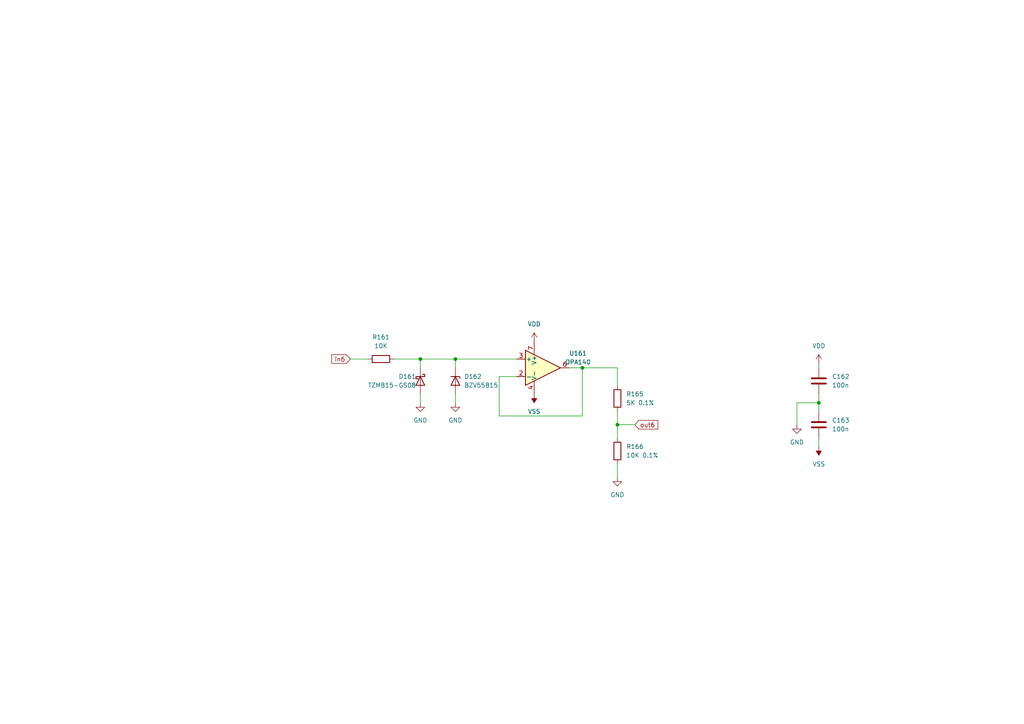
<source format=kicad_sch>
(kicad_sch (version 20230121) (generator eeschema)
  (paper "A4")
  (lib_symbols
    (symbol "Amplifier_Operational:OPA188xxD" (pin_names (offset 0.127))
      (property "Reference" "U" (at 0 6.35 0))
      (property "Value" "OPA188xxD" (at 0 3.81 0))
      (symbol "OPA188xxD_0_1"
        (polyline (pts (xy -5.08 5.08) (xy 5.08 0) (xy -5.08 -5.08) (xy -5.08 5.08)) (stroke (width 0.254)) (fill (type background)))
      )
      (symbol "OPA188xxD_1_1"
        (pin no_connect line (at -2.54 2.54 270) (length 2.54) hide (name "NC") (number "1"))
        (pin input line (at -7.62 -2.54 0) (length 2.54) (name "-") (number "2"))
        (pin input line (at -7.62 2.54 0) (length 2.54) (name "+") (number "3"))
        (pin power_in line (at -2.54 -7.62 90) (length 3.81) (name "V-") (number "4"))
        (pin no_connect line (at 0 2.54 270) (length 2.54) hide (name "NC") (number "5"))
        (pin output line (at 7.62 0 180) (length 2.54) (name "~") (number "6"))
        (pin power_in line (at -2.54 7.62 270) (length 3.81) (name "V+") (number "7"))
        (pin no_connect line (at 0 -2.54 90) (length 2.54) hide (name "NC") (number "8"))
      )
    )
    (symbol "Device:C" (pin_numbers hide) (pin_names (offset 0.254))
      (property "Reference" "C" (at 0.635 2.54 0))
      (property "Value" "C" (at 0.635 -2.54 0))
      (symbol "C_0_1"
        (polyline (pts (xy -2.032 -0.762) (xy 2.032 -0.762)) (stroke (width 0.508)))
        (polyline (pts (xy -2.032 0.762) (xy 2.032 0.762)) (stroke (width 0.508)))
      )
      (symbol "C_1_1"
        (pin passive line (at 0 3.81 270) (length 2.794) (name "~") (number "1"))
        (pin passive line (at 0 -3.81 90) (length 2.794) (name "~") (number "2"))
      )
    )
    (symbol "Device:D_Schottky" (pin_numbers hide) (pin_names (offset 1.016) hide)
      (property "Reference" "D" (at 0 2.54 0))
      (property "Value" "D_Schottky" (at 0 -2.54 0))
      (symbol "D_Schottky_0_1"
        (polyline (pts (xy 1.27 0) (xy -1.27 0)))
        (polyline (pts (xy 1.27 1.27) (xy 1.27 -1.27) (xy -1.27 0) (xy 1.27 1.27)) (stroke (width 0.254)))
        (polyline (pts (xy -1.905 0.635) (xy -1.905 1.27) (xy -1.27 1.27) (xy -1.27 -1.27) (xy -0.635 -1.27) (xy -0.635 -0.635)) (stroke (width 0.254)))
      )
      (symbol "D_Schottky_1_1"
        (pin passive line (at -3.81 0 0) (length 2.54) (name "K") (number "1"))
        (pin passive line (at 3.81 0 180) (length 2.54) (name "A") (number "2"))
      )
    )
    (symbol "Device:R" (pin_numbers hide) (pin_names (offset 0))
      (property "Reference" "R" (at 2.032 0 90))
      (property "Value" "R" (at 0 0 90))
      (symbol "R_0_1"
        (rectangle (start -1.016 -2.54) (end 1.016 2.54) (stroke (width 0.254)))
      )
      (symbol "R_1_1"
        (pin passive line (at 0 3.81 270) (length 1.27) (name "~") (number "1"))
        (pin passive line (at 0 -3.81 90) (length 1.27) (name "~") (number "2"))
      )
    )
    (symbol "Diode:BZV55B15" (pin_numbers hide) (pin_names hide)
      (property "Reference" "D" (at 0 2.54 0))
      (property "Value" "BZV55B15" (at 0 -2.54 0))
      (symbol "BZV55B15_0_1"
        (polyline (pts (xy 1.27 0) (xy -1.27 0)))
        (polyline (pts (xy -1.27 -1.27) (xy -1.27 1.27) (xy -0.762 1.27)) (stroke (width 0.254)))
        (polyline (pts (xy 1.27 -1.27) (xy 1.27 1.27) (xy -1.27 0) (xy 1.27 -1.27)) (stroke (width 0.254)))
      )
      (symbol "BZV55B15_1_1"
        (pin passive line (at -3.81 0 0) (length 2.54) (name "K") (number "1"))
        (pin passive line (at 3.81 0 180) (length 2.54) (name "A") (number "2"))
      )
    )
    (symbol "power:GND" (power) (pin_names (offset 0))
      (property "Value" "GND" (at 0 -3.81 0))
      (symbol "GND_0_1"
        (polyline (pts (xy 0 0) (xy 0 -1.27) (xy 1.27 -1.27) (xy 0 -2.54) (xy -1.27 -1.27) (xy 0 -1.27)))
      )
      (symbol "GND_1_1"
        (pin power_in line (at 0 0 270) (length 0) hide (name "GND") (number "1"))
      )
    )
    (symbol "power:VDD" (power) (pin_names (offset 0))
      (property "Value" "VDD" (at 0 3.81 0))
      (symbol "VDD_0_1"
        (polyline (pts (xy -0.762 1.27) (xy 0 2.54)))
        (polyline (pts (xy 0 0) (xy 0 2.54)))
        (polyline (pts (xy 0 2.54) (xy 0.762 1.27)))
      )
      (symbol "VDD_1_1"
        (pin power_in line (at 0 0 90) (length 0) hide (name "VDD") (number "1"))
      )
    )
    (symbol "power:VSS" (power) (pin_names (offset 0))
      (property "Value" "VSS" (at 0 3.81 0))
      (symbol "VSS_0_1"
        (polyline (pts (xy 0 0) (xy 0 2.54)))
        (polyline (pts (xy 0.762 1.27) (xy -0.762 1.27) (xy 0 2.54) (xy 0.762 1.27)) (fill (type outline)))
      )
      (symbol "VSS_1_1"
        (pin power_in line (at 0 0 90) (length 0) hide (name "VSS") (number "1"))
      )
    )
  )
  (junction (at 121.92 104.14))
  (junction (at 237.49 116.84))
  (junction (at 168.91 106.68))
  (junction (at 179.07 123.19))
  (junction (at 132.08 104.14))
  (wire (pts (xy 179.07 119.38) (xy 179.07 123.19)))
  (wire (pts (xy 121.92 114.3) (xy 121.92 116.84)))
  (wire (pts (xy 121.92 104.14) (xy 132.08 104.14)))
  (wire (pts (xy 144.78 120.65) (xy 168.91 120.65)))
  (wire (pts (xy 237.49 105.41) (xy 237.49 106.68)))
  (wire (pts (xy 179.07 123.19) (xy 184.15 123.19)))
  (wire (pts (xy 121.92 104.14) (xy 121.92 106.68)))
  (wire (pts (xy 132.08 104.14) (xy 132.08 106.68)))
  (wire (pts (xy 231.14 116.84) (xy 237.49 116.84)))
  (wire (pts (xy 237.49 127) (xy 237.49 129.54)))
  (wire (pts (xy 101.6 104.14) (xy 106.68 104.14)))
  (wire (pts (xy 231.14 123.19) (xy 231.14 116.84)))
  (wire (pts (xy 237.49 114.3) (xy 237.49 116.84)))
  (wire (pts (xy 179.07 106.68) (xy 179.07 111.76)))
  (wire (pts (xy 179.07 134.62) (xy 179.07 138.43)))
  (wire (pts (xy 114.3 104.14) (xy 121.92 104.14)))
  (wire (pts (xy 179.07 123.19) (xy 179.07 127)))
  (wire (pts (xy 165.1 106.68) (xy 168.91 106.68)))
  (wire (pts (xy 144.78 109.22) (xy 149.86 109.22)))
  (wire (pts (xy 132.08 104.14) (xy 149.86 104.14)))
  (wire (pts (xy 132.08 114.3) (xy 132.08 116.84)))
  (wire (pts (xy 168.91 120.65) (xy 168.91 106.68)))
  (wire (pts (xy 237.49 116.84) (xy 237.49 119.38)))
  (wire (pts (xy 168.91 106.68) (xy 179.07 106.68)))
  (wire (pts (xy 144.78 109.22) (xy 144.78 120.65)))
  (global_label "out6" (shape input) (at 184.15 123.19 0) (property "Intersheetrefs" "${INTERSHEET_REFS}" (effects hide)))
  (global_label "in6" (shape input) (at 101.6 104.14 180) (property "Intersheetrefs" "${INTERSHEET_REFS}" (effects hide)))
  (symbol (lib_id "power:VSS") (at 154.94 114.3 180) (unit 1)
    (property "Reference" "#PWR0177" (effects hide))
    (property "Value" "VSS" (at 154.94 119.38 0))
  )
  (symbol (lib_id "power:VDD") (at 237.49 105.41 0) (unit 1)
    (property "Reference" "#PWR0183" (effects hide))
    (property "Value" "VDD" (at 237.49 100.33 0))
  )
  (symbol (lib_id "Device:C") (at 237.49 123.19 0) (unit 1)
    (property "Reference" "C163" (at 241.3 121.92 0) (effects (justify left)))
    (property "Value" "100n" (at 241.3 124.46 0) (effects (justify left)))
    (property "Footprint" "Capacitor_SMD:C_0805_2012Metric_Pad1.18x1.45mm_HandSolder" (effects hide))
  )
  (symbol (lib_id "power:VSS") (at 237.49 129.54 180) (unit 1)
    (property "Reference" "#PWR0184" (effects hide))
    (property "Value" "VSS" (at 237.49 134.62 0))
  )
  (symbol (lib_id "Device:D_Schottky") (at 121.92 110.49 270) (unit 1)
    (property "Reference" "D161" (at 115.57 109.22 90) (effects (justify left)))
    (property "Value" "TZMB15-GS08" (at 106.68 111.76 90) (effects (justify left)))
    (property "Footprint" "Diode_SMD:D_MiniMELF" (effects hide))
  )
  (symbol (lib_id "Amplifier_Operational:OPA188xxD") (at 157.48 106.68 0) (unit 1)
    (property "Reference" "U161" (at 167.64 102.4891 0))
    (property "Value" "OPA140" (at 167.64 105.0291 0))
    (property "Footprint" "Package_SO:SOIC-8_3.9x4.9mm_P1.27mm" (effects hide))
    (property "Datasheet" "http://www.ti.com/lit/ds/symlink/opa188.pdf" (effects hide))
  )
  (symbol (lib_id "power:VDD") (at 154.94 99.06 0) (unit 1)
    (property "Reference" "#PWR0176" (effects hide))
    (property "Value" "VDD" (at 154.94 93.98 0))
  )
  (symbol (lib_id "Device:R") (at 179.07 130.81 0) (unit 1)
    (property "Reference" "R166" (at 181.61 129.54 0) (effects (justify left)))
    (property "Value" "10K 0.1%" (at 181.61 132.08 0) (effects (justify left)))
    (property "Footprint" "Resistor_SMD:R_0805_2012Metric_Pad1.20x1.40mm_HandSolder" (effects hide))
  )
  (symbol (lib_id "power:GND") (at 179.07 138.43 0) (unit 1)
    (property "Reference" "#PWR0181" (effects hide))
    (property "Value" "GND" (at 179.07 143.51 0))
  )
  (symbol (lib_id "Device:R") (at 179.07 115.57 0) (unit 1)
    (property "Reference" "R165" (at 181.61 114.3 0) (effects (justify left)))
    (property "Value" "5K 0.1%" (at 181.61 116.84 0) (effects (justify left)))
    (property "Footprint" "Resistor_SMD:R_0805_2012Metric_Pad1.20x1.40mm_HandSolder" (effects hide))
  )
  (symbol (lib_id "power:GND") (at 132.08 116.84 0) (unit 1)
    (property "Reference" "#PWR0175" (effects hide))
    (property "Value" "GND" (at 132.08 121.92 0))
  )
  (symbol (lib_id "Device:R") (at 110.49 104.14 270) (unit 1)
    (property "Reference" "R161" (at 110.49 97.79 90))
    (property "Value" "10K" (at 110.49 100.33 90))
    (property "Footprint" "Resistor_SMD:R_0805_2012Metric_Pad1.20x1.40mm_HandSolder" (effects hide))
  )
  (symbol (lib_id "Device:C") (at 237.49 110.49 0) (unit 1)
    (property "Reference" "C162" (at 241.3 109.22 0) (effects (justify left)))
    (property "Value" "100n" (at 241.3 111.76 0) (effects (justify left)))
    (property "Footprint" "Capacitor_SMD:C_0805_2012Metric_Pad1.18x1.45mm_HandSolder" (effects hide))
  )
  (symbol (lib_id "Diode:BZV55B15") (at 132.08 110.49 270) (unit 1)
    (property "Reference" "D162" (at 134.62 109.22 90) (effects (justify left)))
    (property "Value" "BZV55B15" (at 134.62 111.76 90) (effects (justify left)))
    (property "Footprint" "Diode_SMD:D_MiniMELF" (effects hide))
    (property "Datasheet" "https://assets.nexperia.com/documents/data-sheet/BZV55_SER.pdf" (effects hide))
  )
  (symbol (lib_id "power:GND") (at 231.14 123.19 0) (unit 1)
    (property "Reference" "#PWR0182" (effects hide))
    (property "Value" "GND" (at 231.14 128.27 0))
  )
  (symbol (lib_id "power:GND") (at 121.92 116.84 0) (unit 1)
    (property "Reference" "#PWR0174" (effects hide))
    (property "Value" "GND" (at 121.92 121.92 0))
  )
)
</source>
